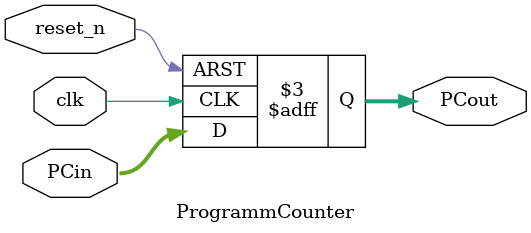
<source format=v>
module ProgrammCounter #(parameter nbit =32)(
    input clk,reset_n,
    input [nbit-1:0] PCin,
    output reg [nbit-1:0] PCout
);

    always @(posedge clk or negedge reset_n) begin
        if(~reset_n)//active low reset
        PCout <=32'd0;
        else
        PCout <= PCin;
    end
    
endmodule
</source>
